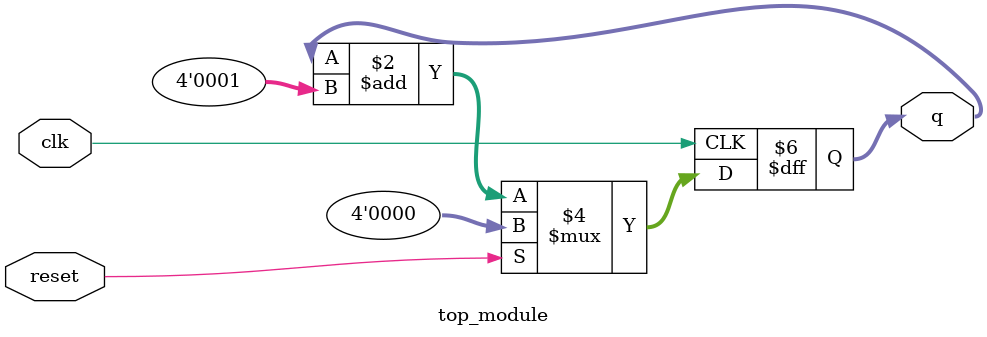
<source format=v>
module top_module (
    input clk,
    input reset,      // Synchronous active-high reset
    output [3:0] q);
    
    always @ (posedge clk )
        begin 
            if(reset)
                q<=4'd0;
            else 
                q = q + 4'd1;
        end

endmodule

</source>
